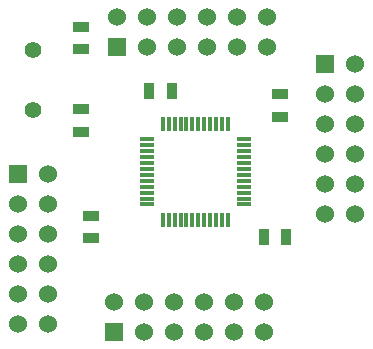
<source format=gts>
G04 (created by PCBNEW (25-Oct-2014 BZR 4029)-stable) date Tue 03 Feb 2015 19:56:06 CET*
%MOIN*%
G04 Gerber Fmt 3.4, Leading zero omitted, Abs format*
%FSLAX34Y34*%
G01*
G70*
G90*
G04 APERTURE LIST*
%ADD10C,0.006*%
%ADD11R,0.055X0.035*%
%ADD12R,0.035X0.055*%
%ADD13R,0.06X0.06*%
%ADD14C,0.06*%
%ADD15R,0.0512X0.0118*%
%ADD16R,0.0118X0.0512*%
%ADD17C,0.056*%
G04 APERTURE END LIST*
G54D10*
G54D11*
X39133Y-28995D03*
X39133Y-29745D03*
X32834Y-33050D03*
X32834Y-33800D03*
G54D12*
X34782Y-28897D03*
X35532Y-28897D03*
X38601Y-33759D03*
X39351Y-33759D03*
G54D11*
X32519Y-29506D03*
X32519Y-30256D03*
X32519Y-27500D03*
X32519Y-26750D03*
G54D13*
X30405Y-31653D03*
G54D14*
X31405Y-31653D03*
X30405Y-32653D03*
X31405Y-32653D03*
X30405Y-33653D03*
X31405Y-33653D03*
X30405Y-34653D03*
X31405Y-34653D03*
X30405Y-35653D03*
X31405Y-35653D03*
X30405Y-36653D03*
X31405Y-36653D03*
G54D13*
X33720Y-27429D03*
G54D14*
X33720Y-26429D03*
X34720Y-27429D03*
X34720Y-26429D03*
X35720Y-27429D03*
X35720Y-26429D03*
X36720Y-27429D03*
X36720Y-26429D03*
X37720Y-27429D03*
X37720Y-26429D03*
X38720Y-27429D03*
X38720Y-26429D03*
G54D13*
X40641Y-28011D03*
G54D14*
X41641Y-28011D03*
X40641Y-29011D03*
X41641Y-29011D03*
X40641Y-30011D03*
X41641Y-30011D03*
X40641Y-31011D03*
X41641Y-31011D03*
X40641Y-32011D03*
X41641Y-32011D03*
X40641Y-33011D03*
X41641Y-33011D03*
G54D13*
X33622Y-36917D03*
G54D14*
X33622Y-35917D03*
X34622Y-36917D03*
X34622Y-35917D03*
X35622Y-36917D03*
X35622Y-35917D03*
X36622Y-36917D03*
X36622Y-35917D03*
X37622Y-36917D03*
X37622Y-35917D03*
X38622Y-36917D03*
X38622Y-35917D03*
G54D15*
X34704Y-31102D03*
X34704Y-31299D03*
X34704Y-31496D03*
X34704Y-31692D03*
X34704Y-31889D03*
X34704Y-30511D03*
X34704Y-30708D03*
X34704Y-30905D03*
G54D16*
X35235Y-33208D03*
X35432Y-33208D03*
X35629Y-33208D03*
X35826Y-33208D03*
X36023Y-33208D03*
X36220Y-33208D03*
X36416Y-33208D03*
X36613Y-33208D03*
G54D15*
X37932Y-32677D03*
X37932Y-32480D03*
X37932Y-32283D03*
X37932Y-32086D03*
X37932Y-31889D03*
X37932Y-31692D03*
X37932Y-31496D03*
X37932Y-31299D03*
G54D16*
X37401Y-29980D03*
X37204Y-29980D03*
X37007Y-29980D03*
X36810Y-29980D03*
X36613Y-29980D03*
X36416Y-29980D03*
X36220Y-29980D03*
X36023Y-29980D03*
G54D15*
X34704Y-32086D03*
X34704Y-32283D03*
X34704Y-32480D03*
X34704Y-32677D03*
G54D16*
X36810Y-33208D03*
X37007Y-33208D03*
X37204Y-33208D03*
X37401Y-33208D03*
G54D15*
X37932Y-31102D03*
X37932Y-30905D03*
X37932Y-30708D03*
X37932Y-30511D03*
G54D16*
X35826Y-29980D03*
X35629Y-29980D03*
X35432Y-29980D03*
X35235Y-29980D03*
G54D17*
X30905Y-27543D03*
X30905Y-29543D03*
M02*

</source>
